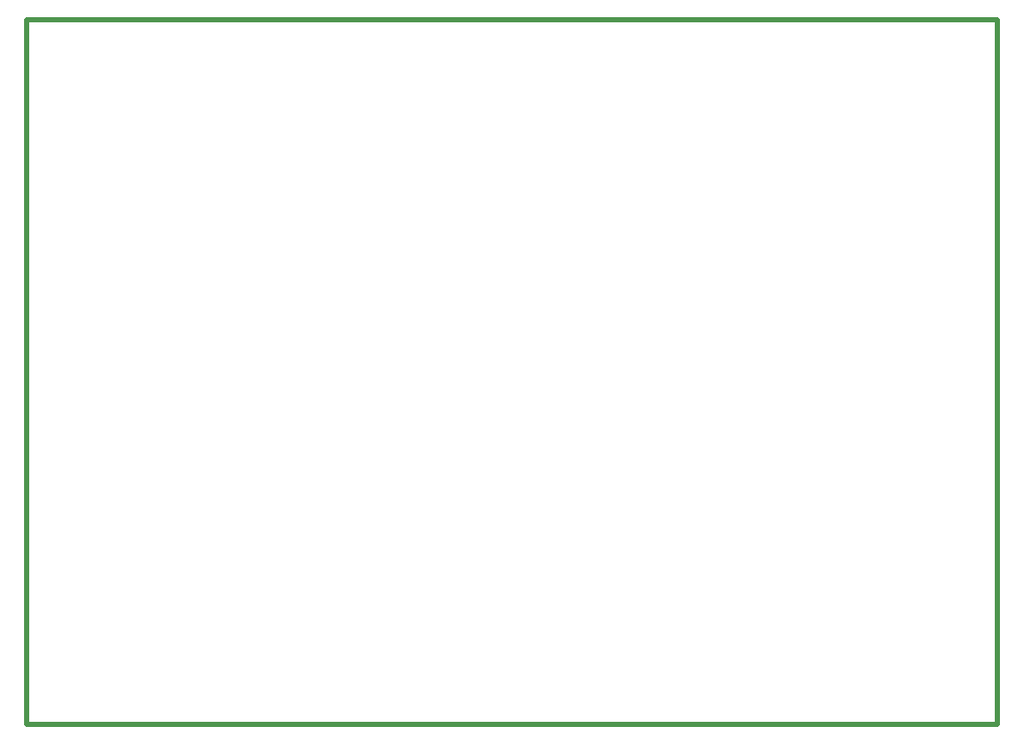
<source format=gko>
G04*
G04 #@! TF.GenerationSoftware,Altium Limited,Altium Designer,19.0.6 (157)*
G04*
G04 Layer_Color=16711935*
%FSLAX25Y25*%
%MOIN*%
G70*
G01*
G75*
%ADD59C,0.02000*%
D59*
X0Y0D02*
X376378D01*
X0D02*
Y273622D01*
X376378D01*
Y0D02*
Y273622D01*
M02*

</source>
